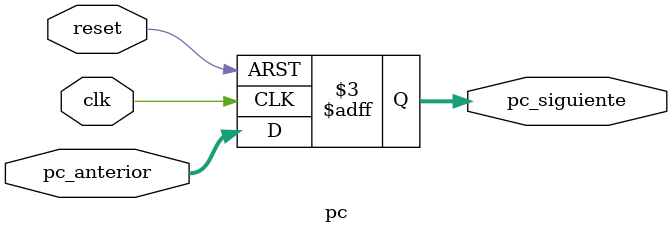
<source format=sv>
module pc (clk,reset,pc_anterior,pc_siguiente);
input clk, reset;
input [31:0] pc_anterior;
output reg [31:0] pc_siguiente;

always @(posedge clk or negedge reset)
	if (!reset)
		pc_siguiente <= 32'd0;
	 else
		pc_siguiente <= pc_anterior;
		
endmodule 
</source>
